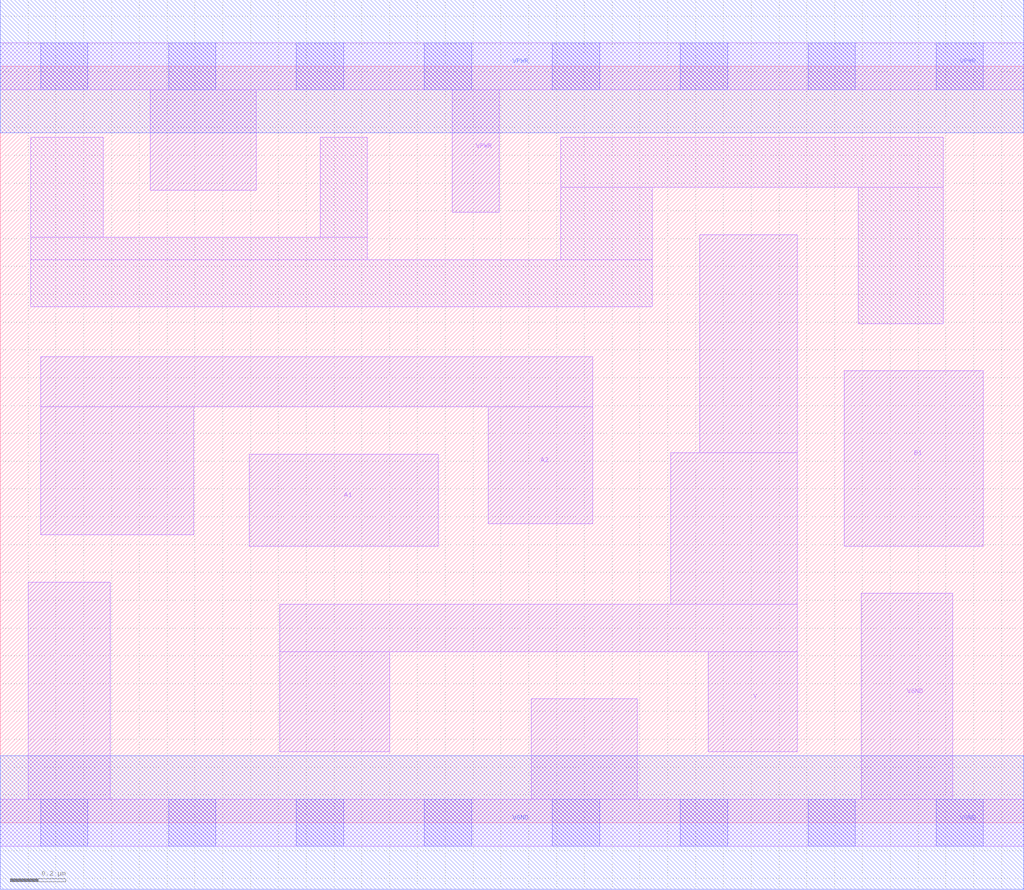
<source format=lef>
# Copyright 2020 The SkyWater PDK Authors
#
# Licensed under the Apache License, Version 2.0 (the "License");
# you may not use this file except in compliance with the License.
# You may obtain a copy of the License at
#
#     https://www.apache.org/licenses/LICENSE-2.0
#
# Unless required by applicable law or agreed to in writing, software
# distributed under the License is distributed on an "AS IS" BASIS,
# WITHOUT WARRANTIES OR CONDITIONS OF ANY KIND, either express or implied.
# See the License for the specific language governing permissions and
# limitations under the License.
#
# SPDX-License-Identifier: Apache-2.0

VERSION 5.7 ;
  NAMESCASESENSITIVE ON ;
  NOWIREEXTENSIONATPIN ON ;
  DIVIDERCHAR "/" ;
  BUSBITCHARS "[]" ;
UNITS
  DATABASE MICRONS 200 ;
END UNITS
PROPERTYDEFINITIONS
  MACRO maskLayoutSubType STRING ;
  MACRO prCellType STRING ;
  MACRO originalViewName STRING ;
END PROPERTYDEFINITIONS
MACRO sky130_fd_sc_hdll__a21oi_2
  CLASS CORE ;
  FOREIGN sky130_fd_sc_hdll__a21oi_2 ;
  ORIGIN  0.000000  0.000000 ;
  SIZE  3.680000 BY  2.720000 ;
  SYMMETRY X Y R90 ;
  SITE unithd ;
  PIN A1
    ANTENNAGATEAREA  0.555000 ;
    DIRECTION INPUT ;
    USE SIGNAL ;
    PORT
      LAYER li1 ;
        RECT 0.895000 0.995000 1.575000 1.325000 ;
    END
  END A1
  PIN A2
    ANTENNAGATEAREA  0.555000 ;
    DIRECTION INPUT ;
    USE SIGNAL ;
    PORT
      LAYER li1 ;
        RECT 0.145000 1.035000 0.695000 1.495000 ;
        RECT 0.145000 1.495000 2.130000 1.675000 ;
        RECT 1.755000 1.075000 2.130000 1.495000 ;
    END
  END A2
  PIN B1
    ANTENNAGATEAREA  0.555000 ;
    DIRECTION INPUT ;
    USE SIGNAL ;
    PORT
      LAYER li1 ;
        RECT 3.035000 0.995000 3.535000 1.625000 ;
    END
  END B1
  PIN VGND
    ANTENNADIFFAREA  0.754000 ;
    DIRECTION INOUT ;
    USE SIGNAL ;
    PORT
      LAYER li1 ;
        RECT 0.000000 -0.085000 3.680000 0.085000 ;
        RECT 0.100000  0.085000 0.395000 0.865000 ;
        RECT 1.910000  0.085000 2.290000 0.445000 ;
        RECT 3.095000  0.085000 3.425000 0.825000 ;
      LAYER mcon ;
        RECT 0.145000 -0.085000 0.315000 0.085000 ;
        RECT 0.605000 -0.085000 0.775000 0.085000 ;
        RECT 1.065000 -0.085000 1.235000 0.085000 ;
        RECT 1.525000 -0.085000 1.695000 0.085000 ;
        RECT 1.985000 -0.085000 2.155000 0.085000 ;
        RECT 2.445000 -0.085000 2.615000 0.085000 ;
        RECT 2.905000 -0.085000 3.075000 0.085000 ;
        RECT 3.365000 -0.085000 3.535000 0.085000 ;
      LAYER met1 ;
        RECT 0.000000 -0.240000 3.680000 0.240000 ;
    END
  END VGND
  PIN VPWR
    ANTENNADIFFAREA  0.590000 ;
    DIRECTION INOUT ;
    USE SIGNAL ;
    PORT
      LAYER li1 ;
        RECT 0.000000 2.635000 3.680000 2.805000 ;
        RECT 0.540000 2.275000 0.920000 2.635000 ;
        RECT 1.625000 2.195000 1.795000 2.635000 ;
      LAYER mcon ;
        RECT 0.145000 2.635000 0.315000 2.805000 ;
        RECT 0.605000 2.635000 0.775000 2.805000 ;
        RECT 1.065000 2.635000 1.235000 2.805000 ;
        RECT 1.525000 2.635000 1.695000 2.805000 ;
        RECT 1.985000 2.635000 2.155000 2.805000 ;
        RECT 2.445000 2.635000 2.615000 2.805000 ;
        RECT 2.905000 2.635000 3.075000 2.805000 ;
        RECT 3.365000 2.635000 3.535000 2.805000 ;
      LAYER met1 ;
        RECT 0.000000 2.480000 3.680000 2.960000 ;
    END
  END VPWR
  PIN Y
    ANTENNADIFFAREA  0.745000 ;
    DIRECTION OUTPUT ;
    USE SIGNAL ;
    PORT
      LAYER li1 ;
        RECT 1.005000 0.255000 1.400000 0.615000 ;
        RECT 1.005000 0.615000 2.865000 0.785000 ;
        RECT 2.410000 0.785000 2.865000 1.330000 ;
        RECT 2.515000 1.330000 2.865000 2.115000 ;
        RECT 2.545000 0.255000 2.865000 0.615000 ;
    END
  END Y
  OBS
    LAYER li1 ;
      RECT 0.110000 1.855000 2.345000 2.025000 ;
      RECT 0.110000 2.025000 1.320000 2.105000 ;
      RECT 0.110000 2.105000 0.370000 2.465000 ;
      RECT 1.150000 2.105000 1.320000 2.465000 ;
      RECT 2.015000 2.025000 2.345000 2.285000 ;
      RECT 2.015000 2.285000 3.390000 2.465000 ;
      RECT 3.085000 1.795000 3.390000 2.285000 ;
  END
  PROPERTY maskLayoutSubType "abstract" ;
  PROPERTY prCellType "standard" ;
  PROPERTY originalViewName "layout" ;
END sky130_fd_sc_hdll__a21oi_2

</source>
